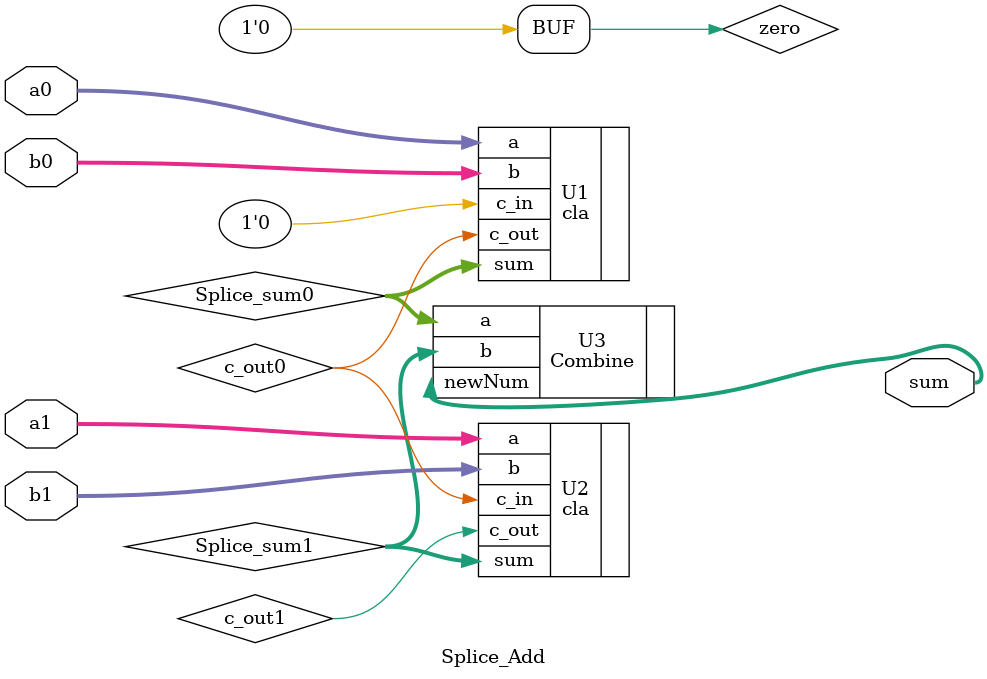
<source format=v>
`timescale 1ns / 1ps


module Splice_Add(input [3:0] a0, a1, b0, b1, output [7:0] sum);
wire c_out0;
wire c_out1; 
wire [3:0] Splice_sum0, Splice_sum1;
reg zero;

initial
begin
zero = 0;
end

cla U1 (.a(a0), .b(b0), .c_in(zero), .c_out(c_out0), .sum(Splice_sum0)); 
cla U2 (.a(a1), .b(b1), .c_in(c_out0), .c_out(c_out1), .sum(Splice_sum1));
Combine U3(.a(Splice_sum0), .b(Splice_sum1), .newNum(sum));

endmodule
</source>
